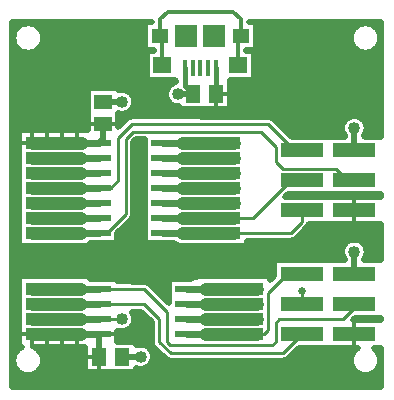
<source format=gbr>
G04 DipTrace 3.0.0.2*
G04 Top.gbr*
%MOIN*%
G04 #@! TF.FileFunction,Copper,L1,Top*
G04 #@! TF.Part,Single*
G04 #@! TA.AperFunction,Conductor*
%ADD13C,0.015*%
%ADD14C,0.044*%
%ADD15C,0.023622*%
G04 #@! TA.AperFunction,CopperBalancing*
%ADD16C,0.02*%
G04 #@! TA.AperFunction,Conductor*
%ADD17C,0.01*%
%ADD18C,0.012992*%
G04 #@! TA.AperFunction,CopperBalancing*
%ADD19C,0.013*%
%ADD21R,0.051181X0.059055*%
%ADD22R,0.059055X0.051181*%
%ADD24R,0.015748X0.05315*%
%ADD25R,0.062992X0.055118*%
%ADD26R,0.057087X0.051181*%
%ADD27R,0.074803X0.074803*%
%ADD29R,0.144882X0.05*%
G04 #@! TA.AperFunction,ComponentPad*
%ADD30R,0.044X0.044*%
%ADD31R,0.07874X0.023622*%
G04 #@! TA.AperFunction,ViaPad*
%ADD32C,0.04*%
%ADD34C,0.026*%
%FSLAX26Y26*%
G04*
G70*
G90*
G75*
G01*
G04 Top*
%LPD*%
X1106500Y1494000D2*
D13*
Y1406500D1*
X494000Y1244000D2*
D14*
X657630D1*
D15*
X719000D1*
X494000Y606500D2*
D14*
X657630D1*
D15*
X719000D1*
X719098Y531598D2*
D16*
Y606402D1*
X719000Y606500D1*
X731402Y1306598D2*
D13*
Y1256402D1*
X719000Y1244000D1*
X731402Y1306598D2*
D16*
Y1256402D1*
X719000Y1244000D1*
X594000D2*
D14*
X657630D1*
X544000D2*
X657630D1*
X544000Y606500D2*
X657630D1*
X594000D2*
X657630D1*
X644000Y1244000D2*
X660000D1*
D15*
X719000D1*
X644000Y606500D2*
D14*
X655500D1*
D15*
X719000D1*
X1031697Y1406500D2*
D16*
X981500D1*
X793902Y531598D2*
X856500D1*
Y531500D1*
X731402Y1381402D2*
X793902D1*
X794000Y1381500D1*
X1568803Y1219000D2*
X1569000D1*
Y1294000D1*
X1568803Y806500D2*
Y881500D1*
X1569000D1*
X1244000Y756500D2*
D14*
X1071709D1*
D15*
X1010339D1*
X1169000Y1244000D2*
D14*
X992969D1*
D15*
X931598D1*
X1004138Y1494000D2*
D13*
Y1434059D1*
X1031697Y1406500D1*
X1019000Y1244000D2*
D14*
X993000D1*
X1094000Y756500D2*
X1069500D1*
D15*
X1010339D1*
X1069000Y1244000D2*
D14*
X992969D1*
X1119000D2*
X992969D1*
X1194000Y756500D2*
X1071709D1*
X1144000D2*
X1071709D1*
X1394000Y806500D2*
D17*
X1344000D1*
X1281500Y744000D1*
Y619000D1*
X1269000Y606500D1*
X1244000D1*
X1194000D1*
X1144000D1*
X1094000D1*
X1010339D1*
X1194000D2*
D3*
X1144000D2*
D3*
X1244000D2*
D3*
D14*
X1071709D1*
D15*
X1010339D1*
X719000Y656500D2*
D17*
X794000D1*
X1393500Y750500D2*
Y706500D1*
X1394000D1*
X494000Y656500D2*
D14*
X657630D1*
D15*
X719000D1*
X544000D2*
D14*
X494000D1*
X594000D2*
X494000D1*
X644000D2*
X494000D1*
X719000Y706500D2*
D17*
X869000D1*
X919000Y656500D1*
Y581500D1*
X956500Y544000D1*
X1331500D1*
X1394000Y606500D1*
X494000Y706500D2*
D14*
X657630D1*
D15*
X719000D1*
X544000D2*
D14*
X494000D1*
X594000D2*
X494000D1*
X644000D2*
X494000D1*
X719000Y756500D2*
D17*
X869000D1*
X944000Y681500D1*
Y581500D1*
X955122Y570378D1*
X1295378D1*
X1306500Y581500D1*
Y644000D1*
X1319000Y656500D1*
X1531500D1*
X1568803Y693803D1*
Y706500D1*
X494000Y756500D2*
D14*
X657630D1*
D15*
X719000D1*
X644000D2*
D14*
X494000D1*
X594000D2*
X494000D1*
X544000D2*
X494000D1*
X931598Y944000D2*
D17*
X1019000D1*
X1069000D1*
X1119000D1*
X1356500D1*
X1394000Y981500D1*
Y1019000D1*
X1019000Y944000D2*
D3*
X1069000D2*
D3*
X1119000D2*
D3*
X1169000D2*
D14*
X992969D1*
D15*
X931598D1*
X1394000Y1119000D2*
D17*
X1356500D1*
X1231500Y994000D1*
X1169000D1*
X1119000D1*
X1069000D1*
X1019000D1*
X931598D1*
X1069000D2*
D3*
X1119000D2*
D3*
X1169000D2*
D3*
D14*
X992969D1*
D15*
X931598D1*
X1568803Y1119000D2*
D17*
X1544000D1*
X1506500Y1156500D1*
X1331500D1*
X1306500Y1181500D1*
Y1231500D1*
X1256500Y1281500D1*
X831500D1*
X806500Y1256500D1*
Y1006500D1*
X744000Y944000D1*
X719000D1*
X494000D2*
D14*
X657630D1*
D15*
X719000D1*
X644000D2*
D14*
X594000D1*
X544000D2*
X594000D1*
X544000D2*
X494000D1*
X1394000Y1219000D2*
D17*
X1369000D1*
X1281500Y1306500D1*
X829000D1*
X781500Y1259000D1*
Y1119000D1*
X756500Y1094000D1*
X719000D1*
X494000D2*
D14*
X657630D1*
D15*
X719000D1*
X644000D2*
D14*
X594000D1*
X544000D1*
X494000D1*
X1181303Y1502858D2*
D18*
Y1599315D1*
X1190161D1*
X920476D2*
X929335D1*
Y1502858D1*
X1190161Y1599315D2*
Y1656205D1*
X1164177Y1682189D1*
X946461D1*
X920476Y1656205D1*
Y1599315D1*
X494000Y1194000D2*
D14*
X657630D1*
D15*
X719000D1*
X544000D2*
D14*
X657630D1*
X594000D2*
X657630D1*
X644000D2*
X594000D1*
X494000Y1144000D2*
X657630D1*
D15*
X719000D1*
X644000D2*
D14*
X594000D1*
X544000D1*
X657630D1*
X494000Y1044000D2*
X657630D1*
D15*
X719000D1*
X644000D2*
D14*
X594000D1*
X544000D1*
X494000D1*
Y994000D2*
X657630D1*
D15*
X719000D1*
X644000D2*
D14*
X594000D1*
X544000D1*
X494000D1*
X1244000Y706500D2*
X1071709D1*
D15*
X1010339D1*
X1094000D2*
D14*
X1244000D1*
X1144000D2*
X1244000D1*
X1194000D2*
X1244000D1*
Y656500D2*
X1071709D1*
D15*
X1010339D1*
X1094000D2*
D14*
X1244000D1*
X1144000D2*
X1244000D1*
X1194000D2*
X1244000D1*
X1169000Y1044000D2*
X992969D1*
D15*
X931598D1*
X1019000D2*
D14*
X1169000D1*
X1069000D2*
X1169000D1*
X1119000D2*
X1169000D1*
Y1094000D2*
X992969D1*
D15*
X931598D1*
X1019000D2*
D14*
X1169000D1*
X1069000D2*
X1169000D1*
X1119000D2*
X1169000D1*
Y1144000D2*
X992969D1*
D15*
X931598D1*
X1019000D2*
D14*
X1169000D1*
X1069000D2*
X1169000D1*
X1119000D2*
X1169000D1*
Y1194000D2*
X992969D1*
D15*
X931598D1*
X1019000D2*
D14*
X1069000D1*
X1119000D1*
X1169000D1*
D32*
X981500Y1406500D3*
X794000Y1381500D3*
X856500Y531500D3*
X1569000Y1294000D3*
Y881500D3*
X794000Y656500D3*
D34*
X1393500Y750500D3*
X431000Y1626631D2*
D16*
X442293D1*
X520707D2*
X869129D1*
X1241488D2*
X1567293D1*
X1645707D2*
X1657000D1*
X531332Y1606762D2*
X869129D1*
X1241488D2*
X1556668D1*
X532504Y1586894D2*
X869129D1*
X1241488D2*
X1555496D1*
X525004Y1567025D2*
X869129D1*
X1241488D2*
X1562996D1*
X431000Y1547156D2*
X463504D1*
X499496D2*
X875028D1*
X1235589D2*
X1588504D1*
X1624496D2*
X1657000D1*
X431000Y1527287D2*
X875028D1*
X1235589D2*
X1657000D1*
X431000Y1507419D2*
X875028D1*
X1235589D2*
X1657000D1*
X431000Y1487550D2*
X875028D1*
X1235589D2*
X1657000D1*
X431000Y1467681D2*
X875028D1*
X1235589D2*
X1657000D1*
X431000Y1447812D2*
X973465D1*
X1154887D2*
X1657000D1*
X431000Y1427944D2*
X944793D1*
X1154887D2*
X1657000D1*
X431000Y1408075D2*
X679089D1*
X826957D2*
X938739D1*
X1154887D2*
X1657000D1*
X431000Y1388206D2*
X679089D1*
X836253D2*
X943035D1*
X1154887D2*
X1657000D1*
X431000Y1368337D2*
X679089D1*
X834613D2*
X965067D1*
X1154887D2*
X1657000D1*
X431000Y1348469D2*
X679089D1*
X819965D2*
X1657000D1*
X431000Y1328600D2*
X679089D1*
X783715D2*
X813699D1*
X1296801D2*
X1545379D1*
X1592621D2*
X1657000D1*
X431000Y1308731D2*
X679089D1*
X1317739D2*
X1528933D1*
X1609067D2*
X1657000D1*
X431000Y1288862D2*
X679089D1*
X1337621D2*
X1526512D1*
X1611488D2*
X1657000D1*
X431000Y1268993D2*
X449207D1*
X1357465D2*
X1534753D1*
X1603247D2*
X1657000D1*
X431000Y1249125D2*
X449207D1*
X837583D2*
X869441D1*
X431000Y1229256D2*
X449207D1*
X834301D2*
X869441D1*
X431000Y1209387D2*
X449207D1*
X834301D2*
X869441D1*
X431000Y1189518D2*
X449207D1*
X834301D2*
X869441D1*
X431000Y1169650D2*
X449207D1*
X834301D2*
X869441D1*
X431000Y1149781D2*
X449207D1*
X834301D2*
X869441D1*
X431000Y1129912D2*
X449207D1*
X834301D2*
X869441D1*
X431000Y1110043D2*
X449207D1*
X834301D2*
X869441D1*
X431000Y1090175D2*
X449207D1*
X834301D2*
X869441D1*
X431000Y1070306D2*
X449207D1*
X834301D2*
X869441D1*
X1346293D2*
X1657000D1*
X431000Y1050437D2*
X449207D1*
X834301D2*
X869441D1*
X431000Y1030568D2*
X449207D1*
X834301D2*
X869441D1*
X431000Y1010699D2*
X449207D1*
X834301D2*
X869441D1*
X431000Y990831D2*
X449207D1*
X828988D2*
X869441D1*
X431000Y970962D2*
X449207D1*
X809417D2*
X869441D1*
X1419535D2*
X1657000D1*
X431000Y951093D2*
X449207D1*
X789575D2*
X869441D1*
X1402075D2*
X1657000D1*
X431000Y931224D2*
X449207D1*
X781176D2*
X869441D1*
X1382192D2*
X1657000D1*
X431000Y911356D2*
X449207D1*
X688793D2*
X963308D1*
X1213793D2*
X1539207D1*
X1598793D2*
X1657000D1*
X431000Y891487D2*
X1527449D1*
X1610551D2*
X1657000D1*
X431000Y871618D2*
X1527411D1*
X1610589D2*
X1657000D1*
X431000Y851749D2*
X1298777D1*
X431000Y831881D2*
X1298777D1*
X431000Y812012D2*
X1298777D1*
X431000Y792143D2*
X449207D1*
X688793D2*
X1024324D1*
X431000Y772274D2*
X449207D1*
X891684D2*
X948152D1*
X431000Y752406D2*
X449207D1*
X911567D2*
X948152D1*
X431000Y732537D2*
X449207D1*
X931449D2*
X948152D1*
X431000Y712668D2*
X449207D1*
X431000Y692799D2*
X449207D1*
X431000Y672930D2*
X449207D1*
X833364D2*
X864089D1*
X431000Y653062D2*
X449207D1*
X836644D2*
X883972D1*
X1566528D2*
X1657000D1*
X431000Y633193D2*
X449207D1*
X829496D2*
X891199D1*
X431000Y613324D2*
X449207D1*
X781176D2*
X891199D1*
X431000Y593455D2*
X449207D1*
X781176D2*
X891199D1*
X431000Y573587D2*
X449207D1*
X842308D2*
X892449D1*
X431000Y553718D2*
X444207D1*
X518793D2*
X670692D1*
X892739D2*
X908308D1*
X1379692D2*
X1569207D1*
X1643793D2*
X1657000D1*
X530707Y533849D2*
X670692D1*
X899223D2*
X928192D1*
X1359808D2*
X1557293D1*
X532739Y513980D2*
X670692D1*
X895356D2*
X1555261D1*
X526293Y494112D2*
X670692D1*
X874848D2*
X1561707D1*
X431000Y474243D2*
X458348D1*
X504652D2*
X1583348D1*
X1629652D2*
X1657000D1*
X431000Y454374D2*
X1657000D1*
X431000Y434505D2*
X1657000D1*
X1152891Y1454492D2*
Y1356172D1*
X985306D1*
Y1365899D1*
X978299Y1365825D1*
X971975Y1366827D1*
X965887Y1368806D1*
X960182Y1371713D1*
X955003Y1375475D1*
X950475Y1380003D1*
X946713Y1385182D1*
X943806Y1390887D1*
X941827Y1396975D1*
X940825Y1403299D1*
Y1409701D1*
X941827Y1416025D1*
X943806Y1422113D1*
X946713Y1427818D1*
X950475Y1432997D1*
X955003Y1437525D1*
X960182Y1441287D1*
X965887Y1444194D1*
X971975Y1446173D1*
X975453Y1446837D1*
X971631Y1454499D1*
X877039D1*
Y1551217D1*
X902077D1*
X902038Y1552898D1*
X871134Y1552924D1*
Y1645705D1*
X893203D1*
X889000Y1646500D1*
X429000D1*
Y429000D1*
X1659000D1*
Y560680D1*
X1633177Y560699D1*
X1638648Y556642D1*
X1644142Y551148D1*
X1648707Y544865D1*
X1652234Y537944D1*
X1654634Y530556D1*
X1655849Y522883D1*
Y515117D1*
X1654634Y507444D1*
X1652234Y500056D1*
X1648707Y493135D1*
X1644142Y486852D1*
X1638648Y481358D1*
X1632365Y476793D1*
X1625444Y473266D1*
X1618056Y470866D1*
X1610383Y469651D1*
X1602617D1*
X1594944Y470866D1*
X1587556Y473266D1*
X1580635Y476793D1*
X1574352Y481358D1*
X1568858Y486852D1*
X1564293Y493135D1*
X1560766Y500056D1*
X1558366Y507444D1*
X1557151Y515117D1*
Y522883D1*
X1558366Y530556D1*
X1560766Y537944D1*
X1564293Y544865D1*
X1568858Y551148D1*
X1574352Y556642D1*
X1579866Y560693D1*
X1384702Y560699D1*
X1348256Y524382D1*
X1343213Y521012D1*
X1337522Y518912D1*
X1331500Y518199D1*
X1331160Y518213D1*
X954476Y518280D1*
X948528Y519463D1*
X943020Y522001D1*
X938256Y525756D1*
X938025Y526007D1*
X899382Y564744D1*
X896012Y569787D1*
X893912Y575478D1*
X893199Y581500D1*
X893213Y581840D1*
X893199Y645836D1*
X858303Y680710D1*
X827008Y680482D1*
X830353Y675022D1*
X832803Y669108D1*
X834298Y662882D1*
X834801Y656500D1*
X834298Y650118D1*
X832803Y643892D1*
X830353Y637978D1*
X827008Y632518D1*
X822850Y627650D1*
X817982Y623492D1*
X812522Y620147D1*
X806608Y617697D1*
X800382Y616202D1*
X794000Y615699D1*
X787618Y616202D1*
X781392Y617697D1*
X779173Y618516D1*
X779171Y581932D1*
X840293Y581927D1*
Y568919D1*
X846975Y571173D1*
X853299Y572175D1*
X859701D1*
X866025Y571173D1*
X872113Y569194D1*
X877818Y566287D1*
X882997Y562525D1*
X887525Y557997D1*
X891287Y552818D1*
X894194Y547113D1*
X896173Y541025D1*
X897175Y534701D1*
Y528299D1*
X896173Y521975D1*
X894194Y515887D1*
X891287Y510182D1*
X887525Y505003D1*
X882997Y500475D1*
X877818Y496713D1*
X872113Y493806D1*
X866025Y491827D1*
X859701Y490825D1*
X853299D1*
X846975Y491827D1*
X840285Y494084D1*
X840293Y481270D1*
X672707D1*
Y563701D1*
X502761Y563699D1*
X507365Y561207D1*
X513648Y556642D1*
X519142Y551148D1*
X523707Y544865D1*
X527234Y537944D1*
X529634Y530556D1*
X530849Y522883D1*
Y515117D1*
X529634Y507444D1*
X527234Y500056D1*
X523707Y493135D1*
X519142Y486852D1*
X513648Y481358D1*
X507365Y476793D1*
X500444Y473266D1*
X493056Y470866D1*
X485383Y469651D1*
X477617D1*
X469944Y470866D1*
X462556Y473266D1*
X455635Y476793D1*
X449352Y481358D1*
X443858Y486852D1*
X439293Y493135D1*
X435766Y500056D1*
X433366Y507444D1*
X432151Y515117D1*
Y522883D1*
X433366Y530556D1*
X435766Y537944D1*
X439293Y544865D1*
X443858Y551148D1*
X449352Y556642D1*
X455635Y561207D1*
X460310Y563697D1*
X451201Y563699D1*
X451199Y799301D1*
X686801D1*
Y789105D1*
X779171Y789110D1*
Y782274D1*
X871024Y782220D1*
X876972Y781037D1*
X882480Y778499D1*
X887243Y774743D1*
X887474Y774493D1*
X950193Y711794D1*
X950169Y789110D1*
X1022331Y789112D1*
X1027636Y792993D1*
X1033621Y796042D1*
X1040008Y798118D1*
X1046642Y799168D1*
X1091709Y799301D1*
X1286801Y799299D1*
Y785745D1*
X1300739Y799726D1*
X1300759Y852301D1*
X1538024D1*
X1537975Y855003D1*
X1534213Y860182D1*
X1531306Y865887D1*
X1529327Y871975D1*
X1528325Y878299D1*
Y884701D1*
X1529327Y891025D1*
X1531306Y897113D1*
X1534213Y902818D1*
X1537975Y907997D1*
X1542503Y912525D1*
X1547682Y916287D1*
X1553387Y919194D1*
X1559475Y921173D1*
X1565799Y922175D1*
X1572201D1*
X1578525Y921173D1*
X1584613Y919194D1*
X1590318Y916287D1*
X1595497Y912525D1*
X1600025Y907997D1*
X1603787Y902818D1*
X1606694Y897113D1*
X1608673Y891025D1*
X1609675Y884701D1*
Y878299D1*
X1608673Y871975D1*
X1606694Y865887D1*
X1603787Y860182D1*
X1599592Y854534D1*
X1605562Y852301D1*
X1659031D1*
X1659000Y973180D1*
X1418453Y973199D1*
X1415999Y968020D1*
X1412243Y963257D1*
X1373256Y924382D1*
X1368213Y921012D1*
X1362522Y918913D1*
X1356500Y918199D1*
X1356160Y918214D1*
X1211773Y918199D1*
X1211801Y901199D1*
X976201D1*
Y904598D1*
X970605Y907507D1*
X965265Y911382D1*
X871429Y911388D1*
X871428Y1176612D1*
Y1255724D1*
X842164Y1255699D1*
X832314Y1245828D1*
X832220Y1004476D1*
X831037Y998528D1*
X828499Y993020D1*
X824743Y988257D1*
X824493Y988026D1*
X779196Y942709D1*
X779171Y911388D1*
X686787D1*
X686801Y901199D1*
X451201D1*
Y1136799D1*
Y1286799D1*
X681067D1*
X681073Y1427793D1*
X781730D1*
Y1420409D1*
X787618Y1421798D1*
X794000Y1422301D1*
X800382Y1421798D1*
X806608Y1420303D1*
X812522Y1417853D1*
X817982Y1414508D1*
X822850Y1410350D1*
X827008Y1405482D1*
X830353Y1400022D1*
X832803Y1394108D1*
X834298Y1387882D1*
X834801Y1381500D1*
X834298Y1375118D1*
X832803Y1368892D1*
X830353Y1362978D1*
X827008Y1357518D1*
X822850Y1352650D1*
X817982Y1348492D1*
X812522Y1345147D1*
X806608Y1342697D1*
X800382Y1341202D1*
X794000Y1340699D1*
X787618Y1341202D1*
X781718Y1342605D1*
X781730Y1295699D1*
X812244Y1326118D1*
X817287Y1329488D1*
X822978Y1331587D1*
X829000Y1332301D1*
X829340Y1332287D1*
X1283524Y1332220D1*
X1289472Y1331037D1*
X1294980Y1328499D1*
X1299743Y1324743D1*
X1299974Y1324493D1*
X1359710Y1264777D1*
X1538180Y1264801D1*
X1537975Y1267503D1*
X1534213Y1272682D1*
X1531306Y1278387D1*
X1529327Y1284475D1*
X1528325Y1290799D1*
Y1297201D1*
X1529327Y1303525D1*
X1531306Y1309613D1*
X1534213Y1315318D1*
X1537975Y1320497D1*
X1542503Y1325025D1*
X1547682Y1328787D1*
X1553387Y1331694D1*
X1559475Y1333673D1*
X1565799Y1334675D1*
X1572201D1*
X1578525Y1333673D1*
X1584613Y1331694D1*
X1590318Y1328787D1*
X1595497Y1325025D1*
X1600025Y1320497D1*
X1603787Y1315318D1*
X1606694Y1309613D1*
X1608673Y1303525D1*
X1609675Y1297201D1*
Y1290799D1*
X1608673Y1284475D1*
X1606694Y1278387D1*
X1603787Y1272682D1*
X1599795Y1267255D1*
X1605562Y1264801D1*
X1659031D1*
X1659000Y1646500D1*
X1217476D1*
X1217458Y1645697D1*
X1239505Y1645705D1*
Y1552924D1*
X1208606D1*
X1209008Y1551217D1*
X1233600D1*
Y1454499D1*
X1152857D1*
X530849Y1590117D2*
X529634Y1582444D1*
X527234Y1575056D1*
X523707Y1568135D1*
X519142Y1561852D1*
X513648Y1556358D1*
X507365Y1551793D1*
X500444Y1548266D1*
X493056Y1545866D1*
X485383Y1544651D1*
X477617D1*
X469944Y1545866D1*
X462556Y1548266D1*
X455635Y1551793D1*
X449352Y1556358D1*
X443858Y1561852D1*
X439293Y1568135D1*
X435766Y1575056D1*
X433366Y1582444D1*
X432151Y1590117D1*
Y1597883D1*
X433366Y1605556D1*
X435766Y1612944D1*
X439293Y1619865D1*
X443858Y1626148D1*
X449352Y1631642D1*
X455635Y1636207D1*
X462556Y1639734D1*
X469944Y1642134D1*
X477617Y1643349D1*
X485383D1*
X493056Y1642134D1*
X500444Y1639734D1*
X507365Y1636207D1*
X513648Y1631642D1*
X519142Y1626148D1*
X523707Y1619865D1*
X527234Y1612944D1*
X529634Y1605556D1*
X530849Y1597883D1*
Y1590117D1*
X1655849D2*
X1654634Y1582444D1*
X1652234Y1575056D1*
X1648707Y1568135D1*
X1644142Y1561852D1*
X1638648Y1556358D1*
X1632365Y1551793D1*
X1625444Y1548266D1*
X1618056Y1545866D1*
X1610383Y1544651D1*
X1602617D1*
X1594944Y1545866D1*
X1587556Y1548266D1*
X1580635Y1551793D1*
X1574352Y1556358D1*
X1568858Y1561852D1*
X1564293Y1568135D1*
X1560766Y1575056D1*
X1558366Y1582444D1*
X1557151Y1590117D1*
Y1597883D1*
X1558366Y1605556D1*
X1560766Y1612944D1*
X1564293Y1619865D1*
X1568858Y1626148D1*
X1574352Y1631642D1*
X1580635Y1636207D1*
X1587556Y1639734D1*
X1594944Y1642134D1*
X1602617Y1643349D1*
X1610383D1*
X1618056Y1642134D1*
X1625444Y1639734D1*
X1632365Y1636207D1*
X1638648Y1631642D1*
X1644142Y1626148D1*
X1648707Y1619865D1*
X1652234Y1612944D1*
X1654634Y1605556D1*
X1655849Y1597883D1*
Y1590117D1*
X1487241Y1073206D2*
X1347202Y1073199D1*
X1338808Y1064822D1*
X1659008Y1064801D1*
X1659000Y1073180D1*
X1487239Y1073199D1*
X1563773Y652301D2*
X1659008D1*
X1659000Y660680D1*
X1572161Y660699D1*
X1563761Y652274D1*
X1106500Y1406500D2*
D19*
Y1356211D1*
Y1406500D2*
X1152852D1*
X681113Y1306598D2*
X781690D1*
X719098Y531598D2*
Y481310D1*
X672747Y531598D2*
X719098D1*
X1568803Y1064761D2*
Y973239D1*
Y652261D2*
Y560739D1*
X594000Y1286761D2*
Y1244000D1*
X644000Y1286761D2*
Y1244000D1*
X544000Y1286761D2*
Y1244000D1*
X494000Y1286761D2*
Y1244000D1*
X451239D2*
X494000D1*
X644000Y606500D2*
Y563739D1*
X594000Y606500D2*
Y563739D1*
X544000Y606500D2*
Y563739D1*
X494000Y606500D2*
Y563739D1*
X451239Y606500D2*
X494000D1*
X719000D2*
X779131D1*
D21*
X1106500Y1406500D3*
X1031697D3*
D22*
X731402Y1306598D3*
Y1381402D3*
D21*
X719098Y531598D3*
X793902D3*
D24*
X1106500Y1494000D3*
X1080909D3*
X1055319D3*
X1029728D3*
X1004138D3*
D25*
X1181303Y1502858D3*
X929335D3*
D26*
X1190161Y1599315D3*
X920476D3*
D27*
X1102563D3*
X1008075D3*
D29*
X1394000Y1219000D3*
Y1119000D3*
Y1019000D3*
X1568803D3*
Y1119000D3*
Y1219000D3*
X1394000Y806500D3*
Y706500D3*
Y606500D3*
X1568803D3*
Y706500D3*
Y806500D3*
D30*
X594000Y1044000D3*
Y994000D3*
Y944000D3*
Y1094000D3*
Y1144000D3*
Y1194000D3*
Y1244000D3*
X644000D3*
Y1194000D3*
Y1144000D3*
Y1094000D3*
Y1044000D3*
Y994000D3*
Y944000D3*
X544000Y1244000D3*
Y1194000D3*
Y1144000D3*
Y1094000D3*
Y1044000D3*
Y994000D3*
Y944000D3*
X494000D3*
Y994000D3*
Y1044000D3*
Y1094000D3*
Y1144000D3*
Y1194000D3*
Y1244000D3*
X1019000Y944000D3*
Y994000D3*
Y1044000D3*
Y1094000D3*
Y1144000D3*
Y1194000D3*
Y1244000D3*
X1069000D3*
Y1194000D3*
Y1144000D3*
Y1094000D3*
Y1044000D3*
Y994000D3*
Y944000D3*
X1119000D3*
Y994000D3*
Y1044000D3*
Y1094000D3*
Y1144000D3*
Y1194000D3*
Y1244000D3*
X1169000D3*
Y1194000D3*
Y1144000D3*
Y1094000D3*
Y1044000D3*
Y994000D3*
Y944000D3*
X644000Y756500D3*
X594000D3*
X544000D3*
X494000D3*
X644000Y706500D3*
X594000D3*
X544000D3*
X494000D3*
Y656500D3*
X544000D3*
X594000D3*
X644000D3*
Y606500D3*
X594000D3*
X544000D3*
X494000D3*
X1094000Y756500D3*
X1144000D3*
X1194000D3*
Y706500D3*
X1144000D3*
X1094000D3*
Y656500D3*
X1144000D3*
X1194000D3*
Y606500D3*
X1144000D3*
X1094000D3*
X1244000Y756500D3*
Y706500D3*
Y656500D3*
Y606500D3*
D31*
X719000Y1244000D3*
Y1194000D3*
Y1144000D3*
Y1094000D3*
Y1044000D3*
Y994000D3*
Y944000D3*
X931598D3*
Y994000D3*
Y1044000D3*
Y1094000D3*
Y1144000D3*
Y1194000D3*
Y1244000D3*
X1010339Y606500D3*
Y656500D3*
Y706500D3*
Y756500D3*
X719000D3*
Y706500D3*
Y656500D3*
Y606500D3*
M02*

</source>
